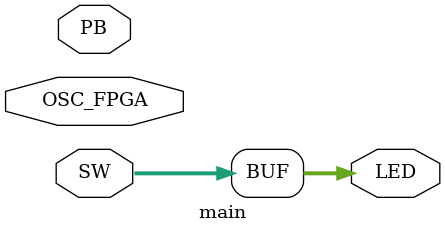
<source format=v>
`timescale 1ns / 1ps

module main(OSC_FPGA, LED, PB, SW);
   input 				OSC_FPGA;
	input 	[1:0] 	PB;
   input 	[1:0] 	SW;
	 
	output 	[1:0] 	LED;
    
	reg		[31:0] 	counter;
	reg		[1:0]		counter_pb;
	
//	always @(posedge PB[0])
//	begin
//		counter_pb = counter_pb + 1;
//	end
	
//	always @(posedge OSC_FPGA)
//	begin
		//counter = counter + 1;
		
//		if (counter_pb > 3)		
//		begin
//			counter = 0;
//		end
//	end
	
	//always @(posedge SW[0])
	//begin
	//	counter_pb = SW[1:0];
	//end
	
	//assign LED = counter_pb;
	
	assign LED = SW;
	
endmodule

</source>
